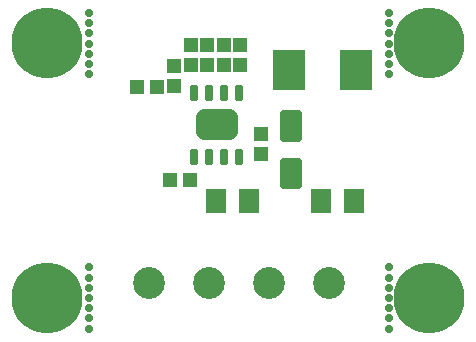
<source format=gbr>
G04 EAGLE Gerber RS-274X export*
G75*
%MOMM*%
%FSLAX34Y34*%
%LPD*%
%INSoldermask Top*%
%IPPOS*%
%AMOC8*
5,1,8,0,0,1.08239X$1,22.5*%
G01*
%ADD10C,0.711200*%
%ADD11R,1.803200X2.003200*%
%ADD12C,0.450047*%
%ADD13C,1.405725*%
%ADD14R,2.703200X3.403200*%
%ADD15R,1.203200X1.303200*%
%ADD16C,0.704181*%
%ADD17R,1.303200X1.203200*%
%ADD18C,2.703200*%
%ADD19C,6.003200*%
%ADD20C,1.311200*%


D10*
X-127000Y221488D03*
X-127000Y230124D03*
X-127000Y238760D03*
X-127000Y247396D03*
X-127000Y256032D03*
X-127000Y264668D03*
X-127000Y273304D03*
X127000Y221488D03*
X127000Y230124D03*
X127000Y238760D03*
X127000Y247396D03*
X127000Y256032D03*
X127000Y264668D03*
X127000Y273304D03*
X127000Y6096D03*
X127000Y14732D03*
X127000Y23368D03*
X127000Y32004D03*
X127000Y40640D03*
X127000Y49276D03*
X127000Y57912D03*
X-127000Y6096D03*
X-127000Y14732D03*
X-127000Y23368D03*
X-127000Y32004D03*
X-127000Y40640D03*
X-127000Y49276D03*
X-127000Y57912D03*
D11*
X-19080Y114300D03*
X8920Y114300D03*
X97820Y114300D03*
X69820Y114300D03*
D12*
X-1266Y201304D02*
X-1266Y210836D01*
X1266Y210836D01*
X1266Y201304D01*
X-1266Y201304D01*
X-1266Y205579D02*
X1266Y205579D01*
X1266Y209854D02*
X-1266Y209854D01*
X-13966Y210836D02*
X-13966Y201304D01*
X-13966Y210836D02*
X-11434Y210836D01*
X-11434Y201304D01*
X-13966Y201304D01*
X-13966Y205579D02*
X-11434Y205579D01*
X-11434Y209854D02*
X-13966Y209854D01*
X-26666Y210836D02*
X-26666Y201304D01*
X-26666Y210836D02*
X-24134Y210836D01*
X-24134Y201304D01*
X-26666Y201304D01*
X-26666Y205579D02*
X-24134Y205579D01*
X-24134Y209854D02*
X-26666Y209854D01*
X-39366Y210836D02*
X-39366Y201304D01*
X-39366Y210836D02*
X-36834Y210836D01*
X-36834Y201304D01*
X-39366Y201304D01*
X-39366Y205579D02*
X-36834Y205579D01*
X-36834Y209854D02*
X-39366Y209854D01*
X-39366Y156836D02*
X-39366Y147304D01*
X-39366Y156836D02*
X-36834Y156836D01*
X-36834Y147304D01*
X-39366Y147304D01*
X-39366Y151579D02*
X-36834Y151579D01*
X-36834Y155854D02*
X-39366Y155854D01*
X-26666Y156836D02*
X-26666Y147304D01*
X-26666Y156836D02*
X-24134Y156836D01*
X-24134Y147304D01*
X-26666Y147304D01*
X-26666Y151579D02*
X-24134Y151579D01*
X-24134Y155854D02*
X-26666Y155854D01*
X-13966Y156836D02*
X-13966Y147304D01*
X-13966Y156836D02*
X-11434Y156836D01*
X-11434Y147304D01*
X-13966Y147304D01*
X-13966Y151579D02*
X-11434Y151579D01*
X-11434Y155854D02*
X-13966Y155854D01*
X-1266Y156836D02*
X-1266Y147304D01*
X-1266Y156836D02*
X1266Y156836D01*
X1266Y147304D01*
X-1266Y147304D01*
X-1266Y151579D02*
X1266Y151579D01*
X1266Y155854D02*
X-1266Y155854D01*
D13*
X-8562Y185058D02*
X-29538Y185058D01*
X-8562Y185058D02*
X-8562Y173082D01*
X-29538Y173082D01*
X-29538Y185058D01*
D14*
X42620Y224790D03*
X99620Y224790D03*
D15*
X-26670Y228990D03*
X-26670Y245990D03*
X19050Y154060D03*
X19050Y171060D03*
D16*
X38455Y167485D02*
X50445Y167485D01*
X38455Y167485D02*
X38455Y187475D01*
X50445Y187475D01*
X50445Y167485D01*
X50445Y174175D02*
X38455Y174175D01*
X38455Y180865D02*
X50445Y180865D01*
X50445Y127485D02*
X38455Y127485D01*
X38455Y147475D01*
X50445Y147475D01*
X50445Y127485D01*
X50445Y134175D02*
X38455Y134175D01*
X38455Y140865D02*
X50445Y140865D01*
D17*
X-68970Y210820D03*
X-85970Y210820D03*
D15*
X-54610Y228210D03*
X-54610Y211210D03*
X-40640Y228990D03*
X-40640Y245990D03*
D17*
X-58030Y132080D03*
X-41030Y132080D03*
D15*
X1270Y228990D03*
X1270Y245990D03*
X-12700Y228990D03*
X-12700Y245990D03*
D18*
X-76200Y44450D03*
X-25400Y44450D03*
X25400Y44450D03*
X76200Y44450D03*
D19*
X-162560Y31750D03*
D20*
X-162560Y53750D03*
X-162560Y9750D03*
X-184560Y31750D03*
X-140560Y31750D03*
X-147060Y47250D03*
X-147060Y16250D03*
X-178060Y47250D03*
X-178060Y16250D03*
D19*
X-162560Y247650D03*
D20*
X-162560Y269650D03*
X-162560Y225650D03*
X-184560Y247650D03*
X-140560Y247650D03*
X-147060Y263150D03*
X-147060Y232150D03*
X-178060Y263150D03*
X-178060Y232150D03*
D19*
X161290Y31750D03*
D20*
X161290Y53750D03*
X161290Y9750D03*
X139290Y31750D03*
X183290Y31750D03*
X176790Y47250D03*
X176790Y16250D03*
X145790Y47250D03*
X145790Y16250D03*
D19*
X161290Y247650D03*
D20*
X161290Y269650D03*
X161290Y225650D03*
X139290Y247650D03*
X183290Y247650D03*
X176790Y263150D03*
X176790Y232150D03*
X145790Y263150D03*
X145790Y232150D03*
M02*

</source>
